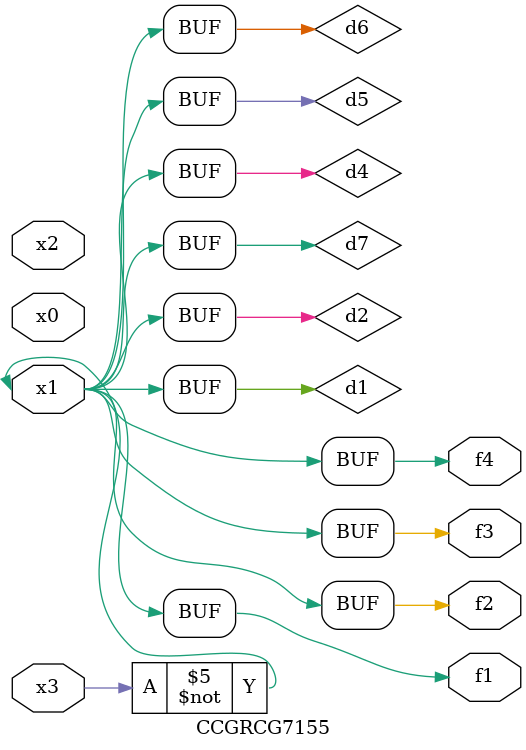
<source format=v>
module CCGRCG7155(
	input x0, x1, x2, x3,
	output f1, f2, f3, f4
);

	wire d1, d2, d3, d4, d5, d6, d7;

	not (d1, x3);
	buf (d2, x1);
	xnor (d3, d1, d2);
	nor (d4, d1);
	buf (d5, d1, d2);
	buf (d6, d4, d5);
	nand (d7, d4);
	assign f1 = d6;
	assign f2 = d7;
	assign f3 = d6;
	assign f4 = d6;
endmodule

</source>
